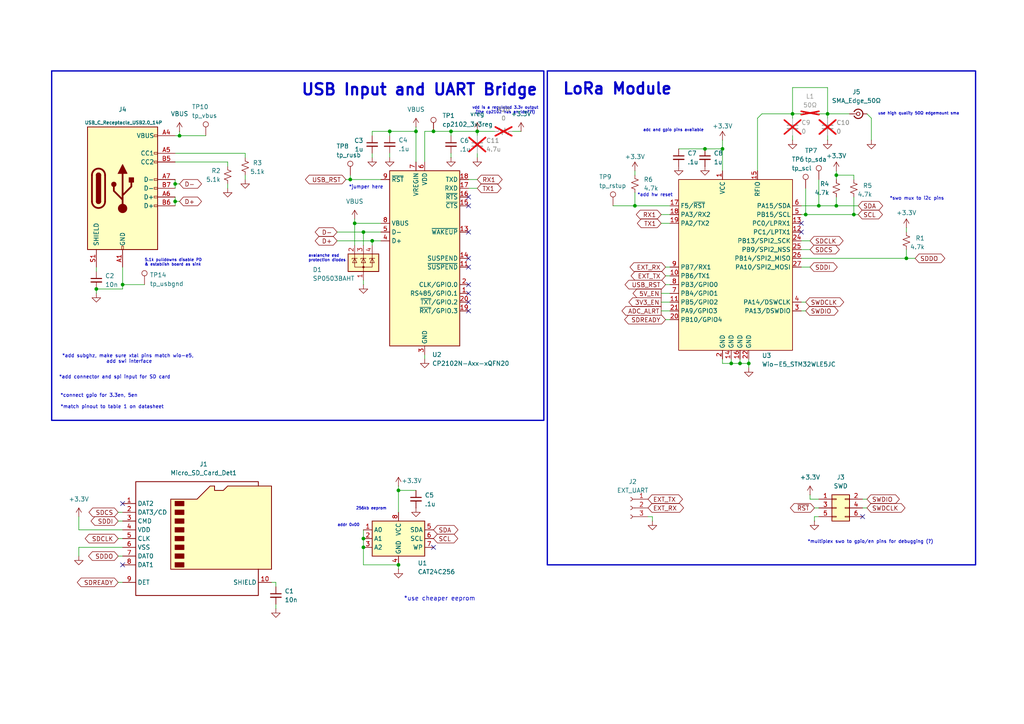
<source format=kicad_sch>
(kicad_sch (version 20250114) (generator "eeschema") (generator_version "9.0")
  (paper "A4")
  (title_block (title "lora module subcircuit") (date "2025-11-11") (rev "rev0") (company "ECE Capstone Team 14 at Portland State University") (comment 1 "drawn by daniel monahan"))
  (lib_symbols
    (symbol "Connector:Conn_01x03_Socket" (pin_names (offset 1.016) (hide yes))
      (property "Reference" "J" (at 0 5.08 0))
      (property "Value" "Conn_01x03_Socket" (at 0 -5.08 0))
      (symbol "Conn_01x03_Socket_1_1"
        (pin passive line (at -5.08 2.54 0) (length 3.81) (name "Pin_1") (number "1"))
        (pin passive line (at -5.08 0 0) (length 3.81) (name "Pin_2") (number "2"))
        (pin passive line (at -5.08 -2.54 0) (length 3.81) (name "Pin_3") (number "3"))
      )
    )
    (symbol "Connector:Conn_Coaxial_Small" (pin_numbers (hide yes)) (pin_names (offset 1.016) (hide yes))
      (property "Reference" "J" (at 0.254 3.048 0))
      (property "Value" "Conn_Coaxial_Small" (at 0 -3.81 0))
      (symbol "Conn_Coaxial_Small_1_1"
        (pin passive line (at -2.54 0 0) (length 1.27) (name "In") (number "1"))
        (pin passive line (at 2.54 0 180) (length 1.27) (name "Ext") (number "2"))
      )
    )
    (symbol "Connector:Micro_SD_Card_Det1"
      (property "Reference" "J" (at -16.51 17.78 0))
      (property "Value" "Micro_SD_Card_Det1" (at 16.51 17.78 0))
      (symbol "Micro_SD_Card_Det1_1_1"
        (pin bidirectional line (at -22.86 10.16 0) (length 3.81) (name "DAT2") (number "1"))
        (pin bidirectional line (at -22.86 7.62 0) (length 3.81) (name "DAT3/CD") (number "2"))
        (pin input line (at -22.86 5.08 0) (length 3.81) (name "CMD") (number "3"))
        (pin power_in line (at -22.86 2.54 0) (length 3.81) (name "VDD") (number "4"))
        (pin input line (at -22.86 0 0) (length 3.81) (name "CLK") (number "5"))
        (pin power_in line (at -22.86 -2.54 0) (length 3.81) (name "VSS") (number "6"))
        (pin bidirectional line (at -22.86 -5.08 0) (length 3.81) (name "DAT0") (number "7"))
        (pin bidirectional line (at -22.86 -7.62 0) (length 3.81) (name "DAT1") (number "8"))
        (pin passive line (at -22.86 -12.7 0) (length 3.81) (name "DET") (number "9"))
        (pin passive line (at 20.32 -12.7 180) (length 3.81) (name "SHIELD") (number "10"))
      )
    )
    (symbol "Connector:TestPoint" (pin_numbers (hide yes)) (pin_names (offset 0.762) (hide yes))
      (property "Reference" "TP" (at 0 6.858 0))
      (property "Value" "TestPoint" (at 0 5.08 0))
      (symbol "TestPoint_1_1"
        (pin passive line (at 0 0 90) (length 2.54) (name "1") (number "1"))
      )
    )
    (symbol "Connector:USB_C_Receptacle_USB2.0_14P" (pin_names (offset 1.016))
      (property "Reference" "J" (at 0 22.225 0))
      (property "Value" "USB_C_Receptacle_USB2.0_14P" (at 0 19.685 0))
      (symbol "USB_C_Receptacle_USB2.0_14P_1_1"
        (pin passive line (at -7.62 -22.86 90) (length 5.08) (name "SHIELD") (number "S1"))
        (pin passive line (at 0 -22.86 90) (length 5.08) (name "GND") (number "A1"))
        (pin passive line (at 0 -22.86 90) (length 5.08) (hide yes) (name "GND") (number "A12"))
        (pin passive line (at 0 -22.86 90) (length 5.08) (hide yes) (name "GND") (number "B1"))
        (pin passive line (at 0 -22.86 90) (length 5.08) (hide yes) (name "GND") (number "B12"))
        (pin passive line (at 15.24 15.24 180) (length 5.08) (name "VBUS") (number "A4"))
        (pin passive line (at 15.24 15.24 180) (length 5.08) (hide yes) (name "VBUS") (number "A9"))
        (pin passive line (at 15.24 15.24 180) (length 5.08) (hide yes) (name "VBUS") (number "B4"))
        (pin passive line (at 15.24 15.24 180) (length 5.08) (hide yes) (name "VBUS") (number "B9"))
        (pin bidirectional line (at 15.24 10.16 180) (length 5.08) (name "CC1") (number "A5"))
        (pin bidirectional line (at 15.24 7.62 180) (length 5.08) (name "CC2") (number "B5"))
        (pin bidirectional line (at 15.24 2.54 180) (length 5.08) (name "D-") (number "A7"))
        (pin bidirectional line (at 15.24 0 180) (length 5.08) (name "D-") (number "B7"))
        (pin bidirectional line (at 15.24 -2.54 180) (length 5.08) (name "D+") (number "A6"))
        (pin bidirectional line (at 15.24 -5.08 180) (length 5.08) (name "D+") (number "B6"))
      )
    )
    (symbol "Connector_Generic:Conn_02x03_Odd_Even" (pin_names (offset 1.016) (hide yes))
      (property "Reference" "J" (at 1.27 5.08 0))
      (property "Value" "Conn_02x03_Odd_Even" (at 1.27 -5.08 0))
      (symbol "Conn_02x03_Odd_Even_1_1"
        (pin passive line (at -5.08 2.54 0) (length 3.81) (name "Pin_1") (number "1"))
        (pin passive line (at -5.08 0 0) (length 3.81) (name "Pin_3") (number "3"))
        (pin passive line (at -5.08 -2.54 0) (length 3.81) (name "Pin_5") (number "5"))
        (pin passive line (at 7.62 2.54 180) (length 3.81) (name "Pin_2") (number "2"))
        (pin passive line (at 7.62 0 180) (length 3.81) (name "Pin_4") (number "4"))
        (pin passive line (at 7.62 -2.54 180) (length 3.81) (name "Pin_6") (number "6"))
      )
    )
    (symbol "Device:C_Small" (pin_numbers (hide yes)) (pin_names (offset 0.254) (hide yes))
      (property "Reference" "C" (at 0.254 1.778 0))
      (property "Value" "C_Small" (at 0.254 -2.032 0))
      (symbol "C_Small_1_1"
        (pin passive line (at 0 2.54 270) (length 2.032) (name "~") (number "1"))
        (pin passive line (at 0 -2.54 90) (length 2.032) (name "~") (number "2"))
      )
    )
    (symbol "Device:L_Small" (pin_numbers (hide yes)) (pin_names (offset 0.254) (hide yes))
      (property "Reference" "L" (at 0.762 1.016 0))
      (property "Value" "L_Small" (at 0.762 -1.016 0))
      (symbol "L_Small_1_1"
        (pin passive line (at 0 2.54 270) (length 0.508) (name "~") (number "1"))
        (pin passive line (at 0 -2.54 90) (length 0.508) (name "~") (number "2"))
      )
    )
    (symbol "Device:R_Small_US" (pin_numbers (hide yes)) (pin_names (offset 0.254) (hide yes))
      (property "Reference" "R" (at 0.762 0.508 0))
      (property "Value" "R_Small_US" (at 0.762 -1.016 0))
      (symbol "R_Small_US_1_1"
        (pin passive line (at 0 2.54 270) (length 1.016) (name "~") (number "1"))
        (pin passive line (at 0 -2.54 90) (length 1.016) (name "~") (number "2"))
      )
    )
    (symbol "Interface_USB:CP2102N-Axx-xQFN20"
      (property "Reference" "U" (at -8.89 26.67 0))
      (property "Value" "CP2102N-Axx-xQFN20" (at 12.7 26.67 0))
      (symbol "CP2102N-Axx-xQFN20_1_1"
        (pin input line (at -12.7 22.86 0) (length 2.54) (name "~{RST}") (number "9"))
        (pin input line (at -12.7 10.16 0) (length 2.54) (name "VBUS") (number "8"))
        (pin bidirectional line (at -12.7 7.62 0) (length 2.54) (name "D-") (number "5"))
        (pin bidirectional line (at -12.7 5.08 0) (length 2.54) (name "D+") (number "4"))
        (pin no_connect line (at -10.16 -22.86 0) (length 2.54) (hide yes) (name "NC") (number "10"))
        (pin power_in line (at -2.54 27.94 270) (length 2.54) (name "VREGIN") (number "7"))
        (pin power_in line (at 0 27.94 270) (length 2.54) (name "VDD") (number "6"))
        (pin passive line (at 0 -27.94 90) (length 2.54) (hide yes) (name "GND") (number "12"))
        (pin passive line (at 0 -27.94 90) (length 2.54) (hide yes) (name "GND") (number "21"))
        (pin power_in line (at 0 -27.94 90) (length 2.54) (name "GND") (number "3"))
        (pin output line (at 12.7 22.86 180) (length 2.54) (name "TXD") (number "18"))
        (pin input line (at 12.7 20.32 180) (length 2.54) (name "RXD") (number "17"))
        (pin output line (at 12.7 17.78 180) (length 2.54) (name "~{RTS}") (number "16"))
        (pin input line (at 12.7 15.24 180) (length 2.54) (name "~{CTS}") (number "15"))
        (pin input line (at 12.7 7.62 180) (length 2.54) (name "~{WAKEUP}") (number "13"))
        (pin output line (at 12.7 0 180) (length 2.54) (name "SUSPEND") (number "14"))
        (pin output line (at 12.7 -2.54 180) (length 2.54) (name "~{SUSPEND}") (number "11"))
        (pin bidirectional line (at 12.7 -7.62 180) (length 2.54) (name "CLK/GPIO.0") (number "2"))
        (pin bidirectional line (at 12.7 -10.16 180) (length 2.54) (name "RS485/GPIO.1") (number "1"))
        (pin bidirectional line (at 12.7 -12.7 180) (length 2.54) (name "~{TXT}/GPIO.2") (number "20"))
        (pin bidirectional line (at 12.7 -15.24 180) (length 2.54) (name "~{RXT}/GPIO.3") (number "19"))
      )
    )
    (symbol "Memory_EEPROM:CAT24C256"
      (property "Reference" "U" (at -6.35 6.35 0))
      (property "Value" "CAT24C256" (at 1.27 6.35 0))
      (symbol "CAT24C256_1_1"
        (pin input line (at -10.16 2.54 0) (length 2.54) (name "A0") (number "1"))
        (pin input line (at -10.16 0 0) (length 2.54) (name "A1") (number "2"))
        (pin input line (at -10.16 -2.54 0) (length 2.54) (name "A2") (number "3"))
        (pin power_in line (at 0 7.62 270) (length 2.54) (name "VCC") (number "8"))
        (pin power_in line (at 0 -7.62 90) (length 2.54) (name "GND") (number "4"))
        (pin bidirectional line (at 10.16 2.54 180) (length 2.54) (name "SDA") (number "5"))
        (pin input line (at 10.16 0 180) (length 2.54) (name "SCL") (number "6"))
        (pin input line (at 10.16 -2.54 180) (length 2.54) (name "WP") (number "7"))
      )
    )
    (symbol "Power_Protection:SP0503BAHT" (pin_names (hide yes))
      (property "Reference" "D" (at 5.715 2.54 0))
      (property "Value" "SP0503BAHT" (at 5.715 0.635 0))
      (symbol "SP0503BAHT_0_0"
        (pin passive line (at 0 -5.08 90) (length 2.54) (name "A") (number "1"))
      )
      (symbol "SP0503BAHT_1_1"
        (pin passive line (at -2.54 5.08 270) (length 2.54) (name "K") (number "2"))
        (pin passive line (at 0 5.08 270) (length 2.54) (name "K") (number "3"))
        (pin passive line (at 2.54 5.08 270) (length 2.54) (name "K") (number "4"))
      )
    )
    (symbol "power:+3.3V" (power) (pin_numbers (hide yes)) (pin_names (offset 0) (hide yes))
      (property "Value" "+3.3V" (at 0 3.556 0))
      (symbol "+3.3V_1_1"
        (pin power_in line (at 0 0 90) (length 0) (name "~") (number "1"))
      )
    )
    (symbol "power:GND" (power) (pin_numbers (hide yes)) (pin_names (offset 0) (hide yes))
      (property "Value" "GND" (at 0 -3.81 0))
      (symbol "GND_1_1"
        (pin power_in line (at 0 0 270) (length 0) (name "~") (number "1"))
      )
    )
    (symbol "power:VBUS" (power) (pin_numbers (hide yes)) (pin_names (offset 0) (hide yes))
      (property "Value" "VBUS" (at 0 3.556 0))
      (symbol "VBUS_1_1"
        (pin power_in line (at 0 0 90) (length 0) (name "~") (number "1"))
      )
    )
    (symbol "wio_e5:Wio_E5"
      (property "Reference" "U?" (at 7.62 -26.924 0))
      (property "Value" "Wio-E5_STM32WLE5JC" (at 7.62 -29.464 0))
      (symbol "Wio_E5_1_1"
        (pin passive line (at -19.05 16.51 0) (length 2.54) (name "F5/~{RST}") (number "17"))
        (pin passive line (at -19.05 13.97 0) (length 2.54) (name "PA3/RX2") (number "18"))
        (pin passive line (at -19.05 11.43 0) (length 2.54) (name "PA2/TX2") (number "19"))
        (pin passive line (at -19.05 -1.27 0) (length 2.54) (name "PB7/RX1") (number "9"))
        (pin passive line (at -19.05 -3.81 0) (length 2.54) (name "PB6/TX1") (number "10"))
        (pin passive line (at -19.05 -6.35 0) (length 2.54) (name "PB3/GPIO0") (number "8"))
        (pin passive line (at -19.05 -8.89 0) (length 2.54) (name "PB4/GPIO1") (number "7"))
        (pin passive line (at -19.05 -11.43 0) (length 2.54) (name "PB5/GPIO2") (number "11"))
        (pin passive line (at -19.05 -13.97 0) (length 2.54) (name "PA9/GPIO3") (number "21"))
        (pin passive line (at -19.05 -16.51 0) (length 2.54) (name "PB10/GPIO4") (number "20"))
        (pin passive line (at -3.81 26.67 270) (length 2.54) (name "VCC") (number "1"))
        (pin passive line (at -3.81 -27.94 90) (length 2.54) (name "GND") (number "2"))
        (pin passive line (at -1.27 -27.94 90) (length 2.54) (name "GND") (number "14"))
        (pin passive line (at 1.27 -27.94 90) (length 2.54) (name "GND") (number "16"))
        (pin passive line (at 3.81 -27.94 90) (length 2.54) (name "GND") (number "22"))
        (pin passive line (at 6.35 26.67 270) (length 2.54) (name "RFIO") (number "15"))
        (pin bidirectional line (at 19.05 16.51 180) (length 2.54) (name "PA15/SDA") (number "6"))
        (pin bidirectional line (at 19.05 13.97 180) (length 2.54) (name "PB15/SCL") (number "5"))
        (pin passive line (at 19.05 11.43 180) (length 2.54) (name "PC0/LPRX1") (number "13"))
        (pin passive line (at 19.05 8.89 180) (length 2.54) (name "PC1/LPTX1") (number "12"))
        (pin passive line (at 19.05 6.35 180) (length 2.54) (name "PB13/SPI2_SCK") (number "24"))
        (pin passive line (at 19.05 3.81 180) (length 2.54) (name "PB9/SPI2_NSS") (number "25"))
        (pin passive line (at 19.05 1.27 180) (length 2.54) (name "PB14/SPI2_MISO") (number "26"))
        (pin passive line (at 19.05 -1.27 180) (length 2.54) (name "PA10/SPI2_MOSI") (number "27"))
        (pin passive line (at 19.05 -11.43 180) (length 2.54) (name "PA14/DSWCLK") (number "4"))
        (pin passive line (at 19.05 -13.97 180) (length 2.54) (name "PA13/DSWDIO") (number "3"))
      )
    )
  )
  (rectangle (start 158.75 20.574) (end 282.956 163.83) (stroke (width 0.381)))
  (rectangle (start 14.986 20.574) (end 157.734 121.92) (stroke (width 0.381)))
  (text "vdd is a regulated 3.3v output\n(the cp2102 has an ldo??!)" (at 146.558 32.004 0) (effects (font (size 0.8128 0.8128))))
  (text "*use cheaper eeprom" (at 127.508 173.736 0) (effects (font (size 1.27 1.27))))
  (text "avalanche esd \nprotection diodes" (at 89.408 74.93 0) (effects (font (size 0.8128 0.8128)) (justify left)))
  (text "5.1k pulldowns disable PD \n& establish board as sink" (at 41.91 76.2 0) (effects (font (size 0.8128 0.8128)) (justify left)))
  (text "*jumper here" (at 106.172 54.356 0) (effects (font (size 1 1))))
  (text "*match pinout to table 1 on datasheet" (at 32.512 118.11 0) (effects (font (size 1 1))))
  (text "*add hw reset" (at 189.992 56.642 0) (effects (font (size 0.95 0.95))))
  (text "use high quality 50Ω edgemount sma" (at 266.446 33.02 0) (effects (font (size 0.8128 0.8128))))
  (text "USB Input and UART Bridge" (at 121.666 26.162 0) (effects (font (size 3.2512 3.2512) (thickness 0.6502) (bold yes))))
  (text "*swo mux to i2c pins" (at 265.938 57.658 0) (effects (font (size 0.95 0.95))))
  (text "256kb eeprom" (at 107.696 147.574 0) (effects (font (size 0.8128 0.8128))))
  (text "*add subghz, make sure xtal pins match wio-e5,\n add swi interface" (at 37.084 104.14 0) (effects (font (size 1 1))))
  (text "addr 0x00" (at 101.092 152.4 0) (effects (font (size 0.8128 0.8128))))
  (text "*add connector and spi input for SD card" (at 33.274 109.474 0) (effects (font (size 1 1))))
  (text "LoRa Module" (at 179.07 25.908 0) (effects (font (size 3.2512 3.2512) (thickness 0.6502) (bold yes))))
  (text "*connect gpio for 3.3en, 5en" (at 28.702 114.808 0) (effects (font (size 1 1))))
  (text "adc and gpio pins available" (at 195.326 37.846 0) (effects (font (size 0.8128 0.8128))))
  (text "*multiplex swo to gpio/en pins for debugging (?)" (at 252.476 157.226 0) (effects (font (size 0.95 0.95))))
  (junction (at 217.17 105.41))
  (junction (at 102.87 64.77))
  (junction (at 237.49 59.69))
  (junction (at 229.87 33.02))
  (junction (at 240.03 33.02))
  (junction (at 120.65 38.1))
  (junction (at 52.07 39.37))
  (junction (at 130.81 38.1))
  (junction (at 247.65 62.23))
  (junction (at 105.41 67.31))
  (junction (at 50.8 53.34))
  (junction (at 101.6 52.07))
  (junction (at 125.73 38.1))
  (junction (at 242.57 50.8))
  (junction (at 115.57 142.24))
  (junction (at 233.68 62.23))
  (junction (at 27.94 83.82))
  (junction (at 105.41 158.75))
  (junction (at 107.95 69.85))
  (junction (at 115.57 163.83))
  (junction (at 204.47 43.18))
  (junction (at 242.57 59.69))
  (junction (at 105.41 156.21))
  (junction (at 262.89 74.93))
  (junction (at 35.56 82.55))
  (junction (at 184.15 59.69))
  (junction (at 50.8 58.42))
  (junction (at 214.63 105.41))
  (junction (at 209.55 43.18))
  (junction (at 113.03 38.1))
  (junction (at 138.43 38.1))
  (junction (at 212.09 105.41))
  (no_connect (at 135.89 90.17))
  (no_connect (at 135.89 85.09))
  (no_connect (at 135.89 57.15))
  (no_connect (at 35.56 163.83))
  (no_connect (at 250.19 149.86))
  (no_connect (at 135.89 59.69))
  (no_connect (at 232.41 67.31))
  (no_connect (at 135.89 87.63))
  (no_connect (at 135.89 74.93))
  (no_connect (at 135.89 82.55))
  (no_connect (at 135.89 67.31))
  (no_connect (at 232.41 64.77))
  (no_connect (at 125.73 158.75))
  (no_connect (at 135.89 77.47))
  (no_connect (at 35.56 146.05))
  (wire (pts (xy 100.33 52.07) (xy 101.6 52.07)))
  (wire (pts (xy 233.68 54.61) (xy 233.68 62.23)))
  (wire (pts (xy 105.41 153.67) (xy 105.41 156.21)))
  (wire (pts (xy 191.77 87.63) (xy 194.31 87.63)))
  (wire (pts (xy 113.03 38.1) (xy 120.65 38.1)))
  (wire (pts (xy 52.07 38.1) (xy 52.07 39.37)))
  (wire (pts (xy 50.8 53.34) (xy 52.07 53.34)))
  (wire (pts (xy 130.81 38.1) (xy 138.43 38.1)))
  (wire (pts (xy 191.77 85.09) (xy 194.31 85.09)))
  (wire (pts (xy 189.23 149.86) (xy 189.23 151.13)))
  (wire (pts (xy 130.81 44.45) (xy 130.81 45.72)))
  (wire (pts (xy 232.41 72.39) (xy 234.95 72.39)))
  (wire (pts (xy 196.85 43.18) (xy 204.47 43.18)))
  (wire (pts (xy 237.49 33.02) (xy 240.03 33.02)))
  (wire (pts (xy 237.49 59.69) (xy 242.57 59.69)))
  (wire (pts (xy 262.89 72.39) (xy 262.89 74.93)))
  (wire (pts (xy 35.56 153.67) (xy 22.86 153.67)))
  (wire (pts (xy 148.59 38.1) (xy 151.13 38.1)))
  (wire (pts (xy 105.41 67.31) (xy 110.49 67.31)))
  (wire (pts (xy 240.03 39.37) (xy 240.03 40.64)))
  (wire (pts (xy 35.56 83.82) (xy 35.56 82.55)))
  (wire (pts (xy 50.8 58.42) (xy 50.8 59.69)))
  (wire (pts (xy 50.8 39.37) (xy 52.07 39.37)))
  (wire (pts (xy 217.17 104.14) (xy 217.17 105.41)))
  (wire (pts (xy 232.41 90.17) (xy 233.68 90.17)))
  (wire (pts (xy 34.29 161.29) (xy 35.56 161.29)))
  (wire (pts (xy 233.68 62.23) (xy 247.65 62.23)))
  (wire (pts (xy 97.79 67.31) (xy 105.41 67.31)))
  (wire (pts (xy 250.19 144.78) (xy 251.46 144.78)))
  (wire (pts (xy 138.43 44.45) (xy 138.43 45.72)))
  (wire (pts (xy 115.57 142.24) (xy 120.65 142.24)))
  (wire (pts (xy 262.89 66.04) (xy 262.89 67.31)))
  (wire (pts (xy 78.74 168.91) (xy 80.01 168.91)))
  (wire (pts (xy 242.57 50.8) (xy 242.57 49.53)))
  (wire (pts (xy 105.41 158.75) (xy 105.41 163.83)))
  (wire (pts (xy 107.95 38.1) (xy 113.03 38.1)))
  (wire (pts (xy 242.57 50.8) (xy 247.65 50.8)))
  (wire (pts (xy 105.41 67.31) (xy 105.41 71.12)))
  (wire (pts (xy 250.19 147.32) (xy 251.46 147.32)))
  (wire (pts (xy 191.77 90.17) (xy 194.31 90.17)))
  (wire (pts (xy 212.09 104.14) (xy 212.09 105.41)))
  (wire (pts (xy 240.03 33.02) (xy 240.03 34.29)))
  (wire (pts (xy 237.49 144.78) (xy 234.95 144.78)))
  (wire (pts (xy 138.43 38.1) (xy 138.43 39.37)))
  (wire (pts (xy 66.04 46.99) (xy 66.04 48.26)))
  (wire (pts (xy 80.01 175.26) (xy 80.01 176.53)))
  (wire (pts (xy 101.6 50.8) (xy 101.6 52.07)))
  (wire (pts (xy 177.8 59.69) (xy 184.15 59.69)))
  (wire (pts (xy 204.47 43.18) (xy 209.55 43.18)))
  (wire (pts (xy 214.63 105.41) (xy 217.17 105.41)))
  (wire (pts (xy 193.04 82.55) (xy 194.31 82.55)))
  (wire (pts (xy 232.41 77.47) (xy 234.95 77.47)))
  (wire (pts (xy 101.6 52.07) (xy 110.49 52.07)))
  (wire (pts (xy 34.29 156.21) (xy 35.56 156.21)))
  (wire (pts (xy 50.8 57.15) (xy 50.8 58.42)))
  (wire (pts (xy 229.87 25.4) (xy 240.03 25.4)))
  (wire (pts (xy 138.43 38.1) (xy 143.51 38.1)))
  (wire (pts (xy 262.89 74.93) (xy 265.43 74.93)))
  (wire (pts (xy 247.65 62.23) (xy 248.92 62.23)))
  (wire (pts (xy 219.71 34.29) (xy 220.98 33.02)))
  (wire (pts (xy 193.04 80.01) (xy 194.31 80.01)))
  (wire (pts (xy 50.8 46.99) (xy 66.04 46.99)))
  (wire (pts (xy 107.95 69.85) (xy 107.95 71.12)))
  (wire (pts (xy 240.03 33.02) (xy 246.38 33.02)))
  (wire (pts (xy 50.8 44.45) (xy 71.12 44.45)))
  (wire (pts (xy 123.19 102.87) (xy 123.19 104.14)))
  (wire (pts (xy 97.79 69.85) (xy 107.95 69.85)))
  (wire (pts (xy 229.87 39.37) (xy 229.87 40.64)))
  (wire (pts (xy 27.94 83.82) (xy 35.56 83.82)))
  (wire (pts (xy 66.04 53.34) (xy 66.04 54.61)))
  (wire (pts (xy 184.15 59.69) (xy 194.31 59.69)))
  (wire (pts (xy 27.94 83.82) (xy 27.94 85.09)))
  (wire (pts (xy 102.87 64.77) (xy 102.87 71.12)))
  (wire (pts (xy 107.95 38.1) (xy 107.95 39.37)))
  (wire (pts (xy 209.55 43.18) (xy 209.55 49.53)))
  (wire (pts (xy 217.17 105.41) (xy 217.17 106.68)))
  (wire (pts (xy 236.22 147.32) (xy 237.49 147.32)))
  (wire (pts (xy 102.87 64.77) (xy 110.49 64.77)))
  (wire (pts (xy 209.55 105.41) (xy 212.09 105.41)))
  (wire (pts (xy 113.03 38.1) (xy 113.03 39.37)))
  (wire (pts (xy 71.12 50.8) (xy 71.12 52.07)))
  (wire (pts (xy 234.95 143.51) (xy 234.95 144.78)))
  (wire (pts (xy 50.8 53.34) (xy 50.8 54.61)))
  (wire (pts (xy 209.55 104.14) (xy 209.55 105.41)))
  (wire (pts (xy 113.03 44.45) (xy 113.03 45.72)))
  (wire (pts (xy 135.89 54.61) (xy 138.43 54.61)))
  (wire (pts (xy 187.96 149.86) (xy 189.23 149.86)))
  (wire (pts (xy 184.15 59.69) (xy 184.15 55.88)))
  (wire (pts (xy 50.8 58.42) (xy 52.07 58.42)))
  (wire (pts (xy 229.87 33.02) (xy 229.87 25.4)))
  (wire (pts (xy 123.19 38.1) (xy 125.73 38.1)))
  (wire (pts (xy 184.15 49.53) (xy 184.15 50.8)))
  (wire (pts (xy 247.65 50.8) (xy 247.65 52.07)))
  (wire (pts (xy 115.57 163.83) (xy 115.57 165.1)))
  (wire (pts (xy 34.29 148.59) (xy 35.56 148.59)))
  (wire (pts (xy 232.41 62.23) (xy 233.68 62.23)))
  (wire (pts (xy 34.29 168.91) (xy 35.56 168.91)))
  (wire (pts (xy 35.56 158.75) (xy 22.86 158.75)))
  (wire (pts (xy 107.95 44.45) (xy 107.95 45.72)))
  (wire (pts (xy 219.71 34.29) (xy 219.71 49.53)))
  (wire (pts (xy 123.19 38.1) (xy 123.19 46.99)))
  (wire (pts (xy 229.87 33.02) (xy 232.41 33.02)))
  (wire (pts (xy 242.57 50.8) (xy 242.57 52.07)))
  (wire (pts (xy 35.56 77.47) (xy 35.56 82.55)))
  (wire (pts (xy 115.57 140.97) (xy 115.57 142.24)))
  (wire (pts (xy 212.09 105.41) (xy 214.63 105.41)))
  (wire (pts (xy 130.81 38.1) (xy 130.81 39.37)))
  (wire (pts (xy 242.57 59.69) (xy 248.92 59.69)))
  (wire (pts (xy 52.07 39.37) (xy 59.69 39.37)))
  (wire (pts (xy 242.57 57.15) (xy 242.57 59.69)))
  (wire (pts (xy 125.73 38.1) (xy 130.81 38.1)))
  (wire (pts (xy 193.04 77.47) (xy 194.31 77.47)))
  (wire (pts (xy 115.57 142.24) (xy 115.57 148.59)))
  (wire (pts (xy 22.86 149.86) (xy 22.86 153.67)))
  (wire (pts (xy 232.41 74.93) (xy 262.89 74.93)))
  (wire (pts (xy 251.46 33.02) (xy 252.73 34.29)))
  (wire (pts (xy 220.98 33.02) (xy 229.87 33.02)))
  (wire (pts (xy 27.94 77.47) (xy 27.94 78.74)))
  (wire (pts (xy 193.04 92.71) (xy 194.31 92.71)))
  (wire (pts (xy 107.95 69.85) (xy 110.49 69.85)))
  (wire (pts (xy 50.8 52.07) (xy 50.8 53.34)))
  (wire (pts (xy 105.41 156.21) (xy 105.41 158.75)))
  (wire (pts (xy 237.49 52.07) (xy 237.49 59.69)))
  (wire (pts (xy 105.41 163.83) (xy 115.57 163.83)))
  (wire (pts (xy 22.86 158.75) (xy 22.86 161.29)))
  (wire (pts (xy 240.03 25.4) (xy 240.03 33.02)))
  (wire (pts (xy 229.87 33.02) (xy 229.87 34.29)))
  (wire (pts (xy 237.49 149.86) (xy 236.22 149.86)))
  (wire (pts (xy 214.63 104.14) (xy 214.63 105.41)))
  (wire (pts (xy 232.41 69.85) (xy 234.95 69.85)))
  (wire (pts (xy 232.41 87.63) (xy 233.68 87.63)))
  (wire (pts (xy 236.22 149.86) (xy 236.22 151.13)))
  (wire (pts (xy 34.29 151.13) (xy 35.56 151.13)))
  (wire (pts (xy 120.65 36.83) (xy 120.65 38.1)))
  (wire (pts (xy 232.41 59.69) (xy 237.49 59.69)))
  (wire (pts (xy 247.65 57.15) (xy 247.65 62.23)))
  (wire (pts (xy 191.77 62.23) (xy 194.31 62.23)))
  (wire (pts (xy 135.89 52.07) (xy 138.43 52.07)))
  (wire (pts (xy 71.12 44.45) (xy 71.12 45.72)))
  (wire (pts (xy 191.77 64.77) (xy 194.31 64.77)))
  (wire (pts (xy 80.01 168.91) (xy 80.01 170.18)))
  (wire (pts (xy 209.55 40.64) (xy 209.55 43.18)))
  (wire (pts (xy 102.87 63.5) (xy 102.87 64.77)))
  (wire (pts (xy 120.65 38.1) (xy 120.65 46.99)))
  (wire (pts (xy 252.73 34.29) (xy 252.73 40.64)))
  (wire (pts (xy 35.56 82.55) (xy 41.91 82.55)))
  (wire (pts (xy 105.41 81.28) (xy 105.41 82.55)))
  (global_label "USB_RST" (shape bidirectional) (at 100.33 52.07 180) (property "Intersheetrefs" "${INTERSHEET_REFS}" (effects (hide yes))))
  (global_label "5V_EN" (shape output) (at 191.77 85.09 180) (property "Intersheetrefs" "${INTERSHEET_REFS}" (effects (hide yes))))
  (global_label "RX1" (shape bidirectional) (at 138.43 52.07 0) (property "Intersheetrefs" "${INTERSHEET_REFS}" (effects (hide yes))))
  (global_label "TX1" (shape tri_state) (at 138.43 54.61 0) (property "Intersheetrefs" "${INTERSHEET_REFS}" (effects (hide yes))))
  (global_label "SWDCLK" (shape bidirectional) (at 233.68 87.63 0) (property "Intersheetrefs" "${INTERSHEET_REFS}" (effects (hide yes))))
  (global_label "SCL" (shape bidirectional) (at 248.92 62.23 0) (property "Intersheetrefs" "${INTERSHEET_REFS}" (effects (hide yes))))
  (global_label "SDCLK" (shape bidirectional) (at 234.95 69.85 0) (property "Intersheetrefs" "${INTERSHEET_REFS}" (effects (hide yes))))
  (global_label "SDCS" (shape bidirectional) (at 34.29 148.59 180) (property "Intersheetrefs" "${INTERSHEET_REFS}" (effects (hide yes))))
  (global_label "RX1" (shape bidirectional) (at 191.77 62.23 180) (property "Intersheetrefs" "${INTERSHEET_REFS}" (effects (hide yes))))
  (global_label "USB_RST" (shape bidirectional) (at 193.04 82.55 180) (property "Intersheetrefs" "${INTERSHEET_REFS}" (effects (hide yes))))
  (global_label "~{RST}" (shape bidirectional) (at 236.22 147.32 180) (property "Intersheetrefs" "${INTERSHEET_REFS}" (effects (hide yes))))
  (global_label "D+" (shape bidirectional) (at 97.79 69.85 180) (property "Intersheetrefs" "${INTERSHEET_REFS}" (effects (hide yes))))
  (global_label "SDREADY" (shape bidirectional) (at 34.29 168.91 180) (property "Intersheetrefs" "${INTERSHEET_REFS}" (effects (hide yes))))
  (global_label "3V3_EN" (shape output) (at 191.77 87.63 180) (property "Intersheetrefs" "${INTERSHEET_REFS}" (effects (hide yes))))
  (global_label "SDDO" (shape bidirectional) (at 34.29 161.29 180) (property "Intersheetrefs" "${INTERSHEET_REFS}" (effects (hide yes))))
  (global_label "SDA" (shape bidirectional) (at 125.73 153.67 0) (property "Intersheetrefs" "${INTERSHEET_REFS}" (effects (hide yes))))
  (global_label "EXT_TX" (shape tri_state) (at 187.96 144.78 0) (property "Intersheetrefs" "${INTERSHEET_REFS}" (effects (hide yes))))
  (global_label "SWDIO" (shape bidirectional) (at 233.68 90.17 0) (property "Intersheetrefs" "${INTERSHEET_REFS}" (effects (hide yes))))
  (global_label "SDA" (shape bidirectional) (at 248.92 59.69 0) (property "Intersheetrefs" "${INTERSHEET_REFS}" (effects (hide yes))))
  (global_label "SDDO" (shape bidirectional) (at 265.43 74.93 0) (property "Intersheetrefs" "${INTERSHEET_REFS}" (effects (hide yes))))
  (global_label "TX1" (shape tri_state) (at 191.77 64.77 180) (property "Intersheetrefs" "${INTERSHEET_REFS}" (effects (hide yes))))
  (global_label "SDDI" (shape bidirectional) (at 234.95 77.47 0) (property "Intersheetrefs" "${INTERSHEET_REFS}" (effects (hide yes))))
  (global_label "D-" (shape bidirectional) (at 97.79 67.31 180) (property "Intersheetrefs" "${INTERSHEET_REFS}" (effects (hide yes))))
  (global_label "SWDIO" (shape bidirectional) (at 251.46 144.78 0) (property "Intersheetrefs" "${INTERSHEET_REFS}" (effects (hide yes))))
  (global_label "SCL" (shape bidirectional) (at 125.73 156.21 0) (property "Intersheetrefs" "${INTERSHEET_REFS}" (effects (hide yes))))
  (global_label "SWDCLK" (shape bidirectional) (at 251.46 147.32 0) (property "Intersheetrefs" "${INTERSHEET_REFS}" (effects (hide yes))))
  (global_label "EXT_RX" (shape bidirectional) (at 187.96 147.32 0) (property "Intersheetrefs" "${INTERSHEET_REFS}" (effects (hide yes))))
  (global_label "SDREADY" (shape bidirectional) (at 193.04 92.71 180) (property "Intersheetrefs" "${INTERSHEET_REFS}" (effects (hide yes))))
  (global_label "D+" (shape bidirectional) (at 52.07 58.42 0) (property "Intersheetrefs" "${INTERSHEET_REFS}" (effects (hide yes))))
  (global_label "D-" (shape bidirectional) (at 52.07 53.34 0) (property "Intersheetrefs" "${INTERSHEET_REFS}" (effects (hide yes))))
  (global_label "SDCLK" (shape bidirectional) (at 34.29 156.21 180) (property "Intersheetrefs" "${INTERSHEET_REFS}" (effects (hide yes))))
  (global_label "SDDI" (shape bidirectional) (at 34.29 151.13 180) (property "Intersheetrefs" "${INTERSHEET_REFS}" (effects (hide yes))))
  (global_label "SDCS" (shape bidirectional) (at 234.95 72.39 0) (property "Intersheetrefs" "${INTERSHEET_REFS}" (effects (hide yes))))
  (global_label "ADC_ALRT" (shape output) (at 191.77 90.17 180) (property "Intersheetrefs" "${INTERSHEET_REFS}" (effects (hide yes))))
  (global_label "EXT_TX" (shape tri_state) (at 193.04 80.01 180) (property "Intersheetrefs" "${INTERSHEET_REFS}" (effects (hide yes))))
  (global_label "EXT_RX" (shape bidirectional) (at 193.04 77.47 180) (property "Intersheetrefs" "${INTERSHEET_REFS}" (effects (hide yes))))
  (symbol (lib_id "Connector:USB_C_Receptacle_USB2.0_14P") (at 35.56 54.61 0) (unit 1)
    (property "Reference" "J4" (at 35.56 31.75 0))
    (property "Value" "USB_C_Receptacle_USB2.0_14P" (at 35.814 35.56 0) (effects (font (size 0.95 0.95))))
    (property "Footprint" "Connector_USB:USB_C_Receptacle_GCT_USB4105-xx-A_16P_TopMnt_Horizontal" (effects (hide yes)))
    (property "Datasheet" "https://www.usb.org/sites/default/files/documents/usb_type-c.zip" (effects (hide yes)))
    (property "Description" "USB 2.0-only 14P Type-C Receptacle connector" (effects (hide yes)))
    (property "Desc" "USB-C (USB TYPE-C) USB 2.0 Receptacle Connector 24 (16+8 Dummy) Position Surface Mount, Right Angle; Through Hole" (effects (hide yes)))
    (property "Dist" "Digikey" (effects (hide yes)))
    (property "Dist PN" "2073-USB4105-GF-A-120CT-ND" (effects (hide yes)))
    (property "Mfr" "GCT" (effects (hide yes)))
    (property "Mfr PN" "USB4105-GF-A-120" (effects (hide yes)))
  )
  (symbol (lib_id "Device:C_Small") (at 107.95 41.91 0) (mirror y) (unit 1)
    (property "Reference" "C3" (at 105.41 40.7669 0) (effects (justify left)))
    (property "Value" "1u" (at 105.41 43.3069 0) (effects (justify left)))
    (property "Footprint" "Capacitor_SMD:C_0603_1608Metric" (effects (hide yes)))
    (property "Description" "Unpolarized capacitor, small symbol" (effects (hide yes)))
    (property "Desc" "CAP CER 1UF 16V X7R 0603" (effects (hide yes)))
    (property "Dist" "Digikey" (effects (hide yes)))
    (property "Dist PN" "490-5241-1-ND" (effects (hide yes)))
    (property "Mfr" "Murata Electronics" (effects (hide yes)))
    (property "Mfr PN" "GCM188R71C105KA64D" (effects (hide yes)))
  )
  (symbol (lib_id "Device:C_Small") (at 240.03 36.83 0) (unit 1) (in_bom no) (on_board no) (dnp yes)
    (property "Reference" "C10" (at 242.57 35.5662 0) (effects (justify left)))
    (property "Value" "0" (at 242.57 38.1062 0) (effects (justify left)))
    (property "Footprint" "Capacitor_SMD:C_0603_1608Metric" (effects (hide yes)))
    (property "Description" "Unpolarized capacitor, small symbol" (effects (hide yes)))
  )
  (symbol (lib_id "power:+3.3V") (at 151.13 38.1 0) (unit 1)
    (property "Reference" "#PWR072" (effects (hide yes)))
    (property "Value" "+3.3V" (at 151.13 33.02 0))
    (property "Description" "Power symbol creates a global label with name \"+3.3V\"" (effects (hide yes)))
  )
  (symbol (lib_id "Connector:TestPoint") (at 59.69 39.37 0) (unit 1)
    (property "Reference" "TP10" (at 55.626 30.988 0) (effects (justify left)))
    (property "Value" "tp_vbus" (at 55.626 33.528 0) (effects (justify left)))
    (property "Footprint" "TestPoint:TestPoint_THTPad_1.5x1.5mm_Drill0.7mm" (effects (hide yes)))
    (property "Description" "test point" (effects (hide yes)))
  )
  (symbol (lib_id "power:GND") (at 71.12 52.07 0) (unit 1)
    (property "Reference" "#PWR011" (effects (hide yes)))
    (property "Value" "GND" (effects (hide yes)))
    (property "Description" "Power symbol creates a global label with name \"GND\" , ground" (effects (hide yes)))
  )
  (symbol (lib_id "power:GND") (at 130.81 45.72 0) (unit 1)
    (property "Reference" "#PWR021" (effects (hide yes)))
    (property "Value" "GND" (effects (hide yes)))
    (property "Description" "Power symbol creates a global label with name \"GND\" , ground" (effects (hide yes)))
  )
  (symbol (lib_id "Connector:TestPoint") (at 101.6 50.8 0) (unit 1)
    (property "Reference" "TP8" (at 97.536 42.418 0) (effects (justify left)))
    (property "Value" "tp_rusb" (at 97.536 44.958 0) (effects (justify left)))
    (property "Footprint" "TestPoint:TestPoint_THTPad_1.5x1.5mm_Drill0.7mm" (effects (hide yes)))
    (property "Description" "test point" (effects (hide yes)))
  )
  (symbol (lib_id "Device:R_Small_US") (at 146.05 38.1 90) (unit 1) (dnp yes)
    (property "Reference" "R20" (at 146.05 31.75 90))
    (property "Value" "0" (at 146.05 34.29 90))
    (property "Footprint" "Resistor_SMD:R_0603_1608Metric" (effects (hide yes)))
    (property "Description" "Resistor, small US symbol" (effects (hide yes)))
  )
  (symbol (lib_id "Connector:TestPoint") (at 237.49 52.07 0) (unit 1)
    (property "Reference" "TP7" (at 233.426 43.688 0) (effects (justify left)))
    (property "Value" "tp_sda" (at 233.426 46.228 0) (effects (justify left)))
    (property "Footprint" "TestPoint:TestPoint_THTPad_1.5x1.5mm_Drill0.7mm" (effects (hide yes)))
    (property "Description" "test point" (effects (hide yes)))
  )
  (symbol (lib_id "Device:C_Small") (at 196.85 45.72 0) (mirror y) (unit 1)
    (property "Reference" "C7" (at 199.39 44.4562 0) (effects (justify right)))
    (property "Value" ".1u" (at 199.39 46.9962 0) (effects (justify right)))
    (property "Footprint" "Capacitor_SMD:C_0603_1608Metric" (effects (hide yes)))
    (property "Description" "Unpolarized capacitor, small symbol" (effects (hide yes)))
    (property "Desc" "CAP CER 0.1UF 16V X7R 0603" (effects (hide yes)))
    (property "Dist" "Digikey" (effects (hide yes)))
    (property "Dist PN" "311-1088-1-ND" (effects (hide yes)))
    (property "Mfr" "YAGEO" (effects (hide yes)))
    (property "Mfr PN" "CC0603KRX7R7BB104" (effects (hide yes)))
  )
  (symbol (lib_id "Connector:TestPoint") (at 125.73 38.1 0) (unit 1) (in_bom no)
    (property "Reference" "TP1" (at 128.27 33.5279 0) (effects (justify left)))
    (property "Value" "cp2102_3v3reg" (at 128.27 36.0679 0) (effects (justify left)))
    (property "Footprint" "TestPoint:TestPoint_Pad_1.5x1.5mm" (effects (hide yes)))
    (property "Description" "test point" (effects (hide yes)))
  )
  (symbol (lib_id "power:GND") (at 22.86 161.29 0) (unit 1)
    (property "Reference" "#PWR02" (effects (hide yes)))
    (property "Value" "GND" (effects (hide yes)))
    (property "Description" "Power symbol creates a global label with name \"GND\" , ground" (effects (hide yes)))
  )
  (symbol (lib_id "Device:C_Small") (at 27.94 81.28 0) (unit 1)
    (property "Reference" "C2" (at 30.48 80.0162 0) (effects (justify left)))
    (property "Value" "10n" (at 30.48 82.5562 0) (effects (justify left)))
    (property "Footprint" "Capacitor_SMD:C_0603_1608Metric" (effects (hide yes)))
    (property "Description" "Unpolarized capacitor, small symbol" (effects (hide yes)))
    (property "Desc" "CAP CER 10000PF 100V X7R 0603" (effects (hide yes)))
    (property "Dist" "Digikey" (effects (hide yes)))
    (property "Dist PN" "490-4781-1-ND" (effects (hide yes)))
    (property "Mfr" "Murata Electronics" (effects (hide yes)))
    (property "Mfr PN" "GCM188R72A103KA37D" (effects (hide yes)))
  )
  (symbol (lib_id "power:GND") (at 217.17 106.68 0) (unit 1)
    (property "Reference" "#PWR025" (effects (hide yes)))
    (property "Value" "GND" (effects (hide yes)))
    (property "Description" "Power symbol creates a global label with name \"GND\" , ground" (effects (hide yes)))
  )
  (symbol (lib_id "Device:C_Small") (at 80.01 172.72 0) (unit 1)
    (property "Reference" "C1" (at 82.55 171.4562 0) (effects (justify left)))
    (property "Value" "10n" (at 82.55 173.9962 0) (effects (justify left)))
    (property "Footprint" "Capacitor_SMD:C_0603_1608Metric" (effects (hide yes)))
    (property "Description" "Unpolarized capacitor, small symbol" (effects (hide yes)))
    (property "Desc" "CAP CER 10000PF 100V X7R 0603" (effects (hide yes)))
    (property "Dist" "Digikey" (effects (hide yes)))
    (property "Dist PN" "490-4781-1-ND" (effects (hide yes)))
    (property "Mfr" "Murata Electronics" (effects (hide yes)))
    (property "Mfr PN" "GCM188R72A103KA37D" (effects (hide yes)))
  )
  (symbol (lib_id "Device:C_Small") (at 204.47 45.72 0) (mirror y) (unit 1)
    (property "Reference" "C8" (at 207.01 44.4562 0) (effects (justify right)))
    (property "Value" "1u" (at 207.01 46.9962 0) (effects (justify right)))
    (property "Footprint" "Capacitor_SMD:C_0603_1608Metric" (effects (hide yes)))
    (property "Description" "Unpolarized capacitor, small symbol" (effects (hide yes)))
    (property "Desc" "CAP CER 1UF 16V X7R 0603" (effects (hide yes)))
    (property "Dist" "Digikey" (effects (hide yes)))
    (property "Dist PN" "490-5241-1-ND" (effects (hide yes)))
    (property "Mfr" "Murata Electronics" (effects (hide yes)))
    (property "Mfr PN" "GCM188R71C105KA64D" (effects (hide yes)))
  )
  (symbol (lib_id "Connector:TestPoint") (at 41.91 82.55 0) (unit 1)
    (property "Reference" "TP14" (at 43.434 79.756 0) (effects (justify left)))
    (property "Value" "tp_usbgnd" (at 43.434 82.296 0) (effects (justify left)))
    (property "Footprint" "TestPoint:TestPoint_THTPad_1.5x1.5mm_Drill0.7mm" (effects (hide yes)))
    (property "Description" "test point" (effects (hide yes)))
  )
  (symbol (lib_id "power:GND") (at 189.23 151.13 0) (unit 1)
    (property "Reference" "#PWR07" (effects (hide yes)))
    (property "Value" "GND" (effects (hide yes)))
    (property "Description" "Power symbol creates a global label with name \"GND\" , ground" (effects (hide yes)))
  )
  (symbol (lib_id "Connector:Micro_SD_Card_Det1") (at 58.42 156.21 0) (unit 1)
    (property "Reference" "J1" (at 59.055 134.62 0))
    (property "Value" "Micro_SD_Card_Det1" (at 59.055 137.16 0))
    (property "Footprint" "Connector_Card:microSD_HC_Molex_104031-0811" (effects (hide yes)))
    (property "Datasheet" "https://datasheet.lcsc.com/lcsc/2110151630_XKB-Connectivity-XKTF-015-N_C381082.pdf" (effects (hide yes)))
    (property "Description" "Micro SD Card Socket with one card detection pin" (effects (hide yes)))
    (property "Desc" "CONN MICRO SD CARD R/A SMD" (effects (hide yes)))
    (property "Dist" "Digikey" (effects (hide yes)))
    (property "Dist PN" "WM6357CT-ND" (effects (hide yes)))
    (property "Mfr" "Molex" (effects (hide yes)))
    (property "Mfr PN" "1040310811" (effects (hide yes)))
  )
  (symbol (lib_id "Connector:TestPoint") (at 233.68 54.61 0) (unit 1)
    (property "Reference" "TP6" (at 229.616 46.228 0) (effects (justify left)))
    (property "Value" "tp_scl" (at 229.616 48.768 0) (effects (justify left)))
    (property "Footprint" "TestPoint:TestPoint_THTPad_1.5x1.5mm_Drill0.7mm" (effects (hide yes)))
    (property "Description" "test point" (effects (hide yes)))
  )
  (symbol (lib_id "wio_e5:Wio_E5") (at 213.36 76.2 0) (unit 1)
    (property "Reference" "U3" (at 220.98 103.124 0) (effects (justify left)))
    (property "Value" "Wio-E5_STM32WLE5JC" (at 220.98 105.664 0) (effects (justify left)))
    (property "Footprint" "LoRa-E5:LoRa-E5" (effects (hide yes)))
    (property "Datasheet" "kicad-embed://wio-e5.pdf" (effects (hide yes)))
    (property "Description" "General ISM < 1GHz LoRaWAN Transceiver Module 868MHz, 915MHz" (effects (hide yes)))
    (property "Desc" "RF TXRX MOD ISM<1GHZ SMD LORA" (effects (hide yes)))
    (property "Dist" "Digikey" (effects (hide yes)))
    (property "Dist PN" "1597-317990829CT-ND" (effects (hide yes)))
    (property "Mfr" "Seeed Technology Co., Ltd" (effects (hide yes)))
    (property "Mfr PN" "317990829" (effects (hide yes)))
  )
  (symbol (lib_id "Device:R_Small_US") (at 184.15 53.34 0) (unit 1)
    (property "Reference" "R6" (at 186.69 52.0699 0) (effects (justify left)))
    (property "Value" "4.7k" (at 186.69 54.6099 0) (effects (justify left)))
    (property "Footprint" "Resistor_SMD:R_0603_1608Metric" (effects (hide yes)))
    (property "Description" "Resistor, small US symbol" (effects (hide yes)))
    (property "Desc" "4.7 kOhms ±5% 0.1W, 1/10W Chip Resistor 0603 (1608 Metric) Moisture Resistant Thick Film" (effects (hide yes)))
    (property "Dist" "Digikey" (effects (hide yes)))
    (property "Dist PN" "311-4.7KGRCT-ND" (effects (hide yes)))
    (property "Mfr" "YAGEO" (effects (hide yes)))
    (property "Mfr PN" "RC0603JR-074K7L" (effects (hide yes)))
  )
  (symbol (lib_id "Connector:Conn_01x03_Socket") (at 182.88 147.32 0) (mirror y) (unit 1)
    (property "Reference" "J2" (at 183.515 139.7 0))
    (property "Value" "EXT_UART" (at 183.515 142.24 0))
    (property "Footprint" "Connector_JST:JST_EH_B3B-EH-A_1x03_P2.50mm_Vertical" (effects (hide yes)))
    (property "Description" "Generic connector, single row, 01x03, script generated" (effects (hide yes)))
    (property "Desc" "Connector Header Through Hole 3 position 0.098\" (2.50mm)" (effects (hide yes)))
    (property "Dist" "Digikey" (effects (hide yes)))
    (property "Dist PN" "455-B3B-EH-A-ND" (effects (hide yes)))
    (property "Mfr" "JST Sales America Inc." (effects (hide yes)))
    (property "Mfr PN" "B3B-EH-A" (effects (hide yes)))
  )
  (symbol (lib_id "power:+3.3V") (at 242.57 49.53 0) (unit 1)
    (property "Reference" "#PWR028" (effects (hide yes)))
    (property "Value" "+3.3V" (at 242.57 45.212 0))
    (property "Description" "Power symbol creates a global label with name \"+3.3V\"" (effects (hide yes)))
  )
  (symbol (lib_id "power:GND") (at 236.22 151.13 0) (unit 1)
    (property "Reference" "#PWR05" (effects (hide yes)))
    (property "Value" "GND" (effects (hide yes)))
    (property "Description" "Power symbol creates a global label with name \"GND\" , ground" (effects (hide yes)))
  )
  (symbol (lib_id "Power_Protection:SP0503BAHT") (at 105.41 76.2 0) (unit 1)
    (property "Reference" "D1" (at 90.678 78.232 0) (effects (justify left)))
    (property "Value" "SP0503BAHT" (at 90.678 80.772 0) (effects (justify left)))
    (property "Footprint" "Package_TO_SOT_SMD:SOT-143" (effects (hide yes)))
    (property "Datasheet" "http://www.littelfuse.com/~/media/files/littelfuse/technical%20resources/documents/data%20sheets/sp05xxba.pdf" (effects (hide yes)))
    (property "Description" "TVS Diode Array, 5.5V Standoff, 3 Channels, SOT-143 package" (effects (hide yes)))
    (property "Desc" "TVS DIODE 5.5VWM 8.5VC SOT1434" (effects (hide yes)))
    (property "Dist" "Digikey" (effects (hide yes)))
    (property "Dist PN" "F2715CT-ND" (effects (hide yes)))
    (property "Mfr" "Littelfuse Inc." (effects (hide yes)))
    (property "Mfr PN" "SP0503BAHTG" (effects (hide yes)))
  )
  (symbol (lib_id "power:GND") (at 120.65 147.32 0) (unit 1)
    (property "Reference" "#PWR019" (effects (hide yes)))
    (property "Value" "GND" (effects (hide yes)))
    (property "Description" "Power symbol creates a global label with name \"GND\" , ground" (effects (hide yes)))
  )
  (symbol (lib_id "power:GND") (at 240.03 40.64 0) (unit 1)
    (property "Reference" "#PWR027" (effects (hide yes)))
    (property "Value" "GND" (effects (hide yes)))
    (property "Description" "Power symbol creates a global label with name \"GND\" , ground" (effects (hide yes)))
  )
  (symbol (lib_id "power:GND") (at 196.85 48.26 0) (unit 1)
    (property "Reference" "#PWR022" (effects (hide yes)))
    (property "Value" "GND" (effects (hide yes)))
    (property "Description" "Power symbol creates a global label with name \"GND\" , ground" (effects (hide yes)))
  )
  (symbol (lib_id "power:GND") (at 123.19 104.14 0) (unit 1)
    (property "Reference" "#PWR020" (effects (hide yes)))
    (property "Value" "GND" (effects (hide yes)))
    (property "Description" "Power symbol creates a global label with name \"GND\" , ground" (effects (hide yes)))
  )
  (symbol (lib_id "power:+3.3V") (at 22.86 149.86 0) (unit 1)
    (property "Reference" "#PWR01" (effects (hide yes)))
    (property "Value" "+3.3V" (at 22.86 144.78 0))
    (property "Description" "Power symbol creates a global label with name \"+3.3V\"" (effects (hide yes)))
  )
  (symbol (lib_id "power:GND") (at 107.95 45.72 0) (unit 1)
    (property "Reference" "#PWR014" (effects (hide yes)))
    (property "Value" "GND" (effects (hide yes)))
    (property "Description" "Power symbol creates a global label with name \"GND\" , ground" (effects (hide yes)))
  )
  (symbol (lib_id "Device:R_Small_US") (at 247.65 54.61 180) (unit 1)
    (property "Reference" "R5" (at 252.984 53.848 0) (effects (justify left)))
    (property "Value" "4.7k" (at 252.984 56.388 0) (effects (justify left)))
    (property "Footprint" "Resistor_SMD:R_0603_1608Metric" (effects (hide yes)))
    (property "Description" "Resistor, small US symbol" (effects (hide yes)))
    (property "Desc" "4.7 kOhms ±5% 0.1W, 1/10W Chip Resistor 0603 (1608 Metric) Moisture Resistant Thick Film" (effects (hide yes)))
    (property "Dist" "Digikey" (effects (hide yes)))
    (property "Dist PN" "311-4.7KGRCT-ND" (effects (hide yes)))
    (property "Mfr" "YAGEO" (effects (hide yes)))
    (property "Mfr PN" "RC0603JR-074K7L" (effects (hide yes)))
  )
  (symbol (lib_id "power:+3.3V") (at 262.89 66.04 0) (unit 1)
    (property "Reference" "#PWR06" (effects (hide yes)))
    (property "Value" "+3.3V" (at 262.89 61.722 0))
    (property "Description" "Power symbol creates a global label with name \"+3.3V\"" (effects (hide yes)))
  )
  (symbol (lib_id "Device:C_Small") (at 138.43 41.91 0) (unit 1) (dnp yes)
    (property "Reference" "C11" (at 140.97 40.7669 0) (effects (justify left)))
    (property "Value" "4.7u" (at 140.97 43.3069 0) (effects (justify left)))
    (property "Footprint" "Capacitor_SMD:C_1206_3216Metric" (effects (hide yes)))
    (property "Description" "Unpolarized capacitor, small symbol" (effects (hide yes)))
  )
  (symbol (lib_id "Memory_EEPROM:CAT24C256") (at 115.57 156.21 0) (unit 1)
    (property "Reference" "U1" (at 121.158 163.322 0) (effects (justify left)))
    (property "Value" "CAT24C256" (at 121.158 165.862 0) (effects (justify left)))
    (property "Footprint" "Package_SO:SOIC-8-1EP_3.9x4.9mm_P1.27mm_EP2.29x3mm" (effects (hide yes)))
    (property "Datasheet" "https://www.onsemi.cn/PowerSolutions/document/CAT24C256-D.PDF" (effects (hide yes)))
    (property "Description" "256 kb CMOS Serial EEPROM, DIP-8/SOIC-8/TSSOP-8/DFN-8" (effects (hide yes)))
    (property "Desc" "EEPROM Memory IC 256Kbit I2C 1 MHz 500 ns 8-SOIC" (effects (hide yes)))
    (property "Dist" "Digikey" (effects (hide yes)))
    (property "Dist PN" "CAT24C256WI-GT3OSCT-ND" (effects (hide yes)))
    (property "Mfr" "onsemi" (effects (hide yes)))
    (property "Mfr PN" "CAT24C256WI-GT3" (effects (hide yes)))
  )
  (symbol (lib_id "Interface_USB:CP2102N-Axx-xQFN20") (at 123.19 74.93 0) (unit 1)
    (property "Reference" "U2" (at 125.3333 102.87 0) (effects (justify left)))
    (property "Value" "CP2102N-Axx-xQFN20" (at 125.3333 105.41 0) (effects (justify left)))
    (property "Footprint" "Package_DFN_QFN:SiliconLabs_QFN-20-1EP_3x3mm_P0.5mm_EP1.8x1.8mm" (effects (hide yes)))
    (property "Datasheet" "https://www.silabs.com/documents/public/data-sheets/cp2102n-datasheet.pdf" (effects (hide yes)))
    (property "Description" "USB to UART master bridge, QFN-20" (effects (hide yes)))
    (property "Desc" "IC USB TO UART BRIDGE QFN20" (effects (hide yes)))
    (property "Dist" "Digikey" (effects (hide yes)))
    (property "Dist PN" "336-5886-1-ND" (effects (hide yes)))
    (property "Mfr" "Silicon Labs" (effects (hide yes)))
    (property "Mfr PN" "CP2102N-A02-GQFN20R" (effects (hide yes)))
  )
  (symbol (lib_id "power:GND") (at 27.94 85.09 0) (unit 1)
    (property "Reference" "#PWR08" (effects (hide yes)))
    (property "Value" "GND" (effects (hide yes)))
    (property "Description" "Power symbol creates a global label with name \"GND\" , ground" (effects (hide yes)))
  )
  (symbol (lib_id "power:+3.3V") (at 115.57 140.97 0) (unit 1)
    (property "Reference" "#PWR016" (effects (hide yes)))
    (property "Value" "+3.3V" (at 119.38 139.446 0))
    (property "Description" "Power symbol creates a global label with name \"+3.3V\"" (effects (hide yes)))
  )
  (symbol (lib_id "power:VBUS") (at 138.43 38.1 0) (unit 1)
    (property "Reference" "#PWR071" (effects (hide yes)))
    (property "Value" "vreg" (at 138.43 33.02 0))
    (property "Description" "Power symbol creates a global label with name \"VBUS\"" (effects (hide yes)))
  )
  (symbol (lib_id "power:GND") (at 66.04 54.61 0) (unit 1)
    (property "Reference" "#PWR010" (effects (hide yes)))
    (property "Value" "GND" (effects (hide yes)))
    (property "Description" "Power symbol creates a global label with name \"GND\" , ground" (effects (hide yes)))
  )
  (symbol (lib_id "power:VBUS") (at 120.65 36.83 0) (unit 1)
    (property "Reference" "#PWR018" (effects (hide yes)))
    (property "Value" "VBUS" (at 120.65 31.75 0))
    (property "Description" "Power symbol creates a global label with name \"VBUS\"" (effects (hide yes)))
  )
  (symbol (lib_id "power:+3.3V") (at 184.15 49.53 0) (unit 1)
    (property "Reference" "#PWR030" (effects (hide yes)))
    (property "Value" "+3.3V" (at 184.15 45.466 0))
    (property "Description" "Power symbol creates a global label with name \"+3.3V\"" (effects (hide yes)))
  )
  (symbol (lib_id "power:VBUS") (at 102.87 63.5 0) (unit 1)
    (property "Reference" "#PWR012" (effects (hide yes)))
    (property "Value" "VBUS" (at 102.87 58.42 0))
    (property "Description" "Power symbol creates a global label with name \"VBUS\"" (effects (hide yes)))
  )
  (symbol (lib_id "Connector:Conn_Coaxial_Small") (at 248.92 33.02 0) (unit 1)
    (property "Reference" "J5" (at 248.4004 26.67 0))
    (property "Value" "SMA_Edge_50Ω" (at 248.4004 29.21 0))
    (property "Footprint" "Connector_Coaxial:SMA_Molex_73251-1153_EdgeMount_Horizontal" (effects (hide yes)))
    (property "Description" "small coaxial connector (BNC, SMA, SMB, SMC, Cinch/RCA, LEMO, ...)" (effects (hide yes)))
    (property "MPN" "CONSMA001-C-G" (effects (hide yes)))
    (property "Desc" "SMA Connector Jack, Female Socket 50 Ohms Board Edge, End Launch Solder" (effects (hide yes)))
    (property "Dist" "Digkey" (effects (hide yes)))
    (property "Dist PN" "900-0732511153-ND" (effects (hide yes)))
    (property "Mfr" "Molex" (effects (hide yes)))
    (property "Mfr PN" "0732511153" (effects (hide yes)))
  )
  (symbol (lib_id "power:GND") (at 252.73 40.64 0) (unit 1)
    (property "Reference" "#PWR029" (effects (hide yes)))
    (property "Value" "GND" (effects (hide yes)))
    (property "Description" "Power symbol creates a global label with name \"GND\" , ground" (effects (hide yes)))
  )
  (symbol (lib_id "power:GND") (at 113.03 45.72 0) (unit 1)
    (property "Reference" "#PWR015" (effects (hide yes)))
    (property "Value" "GND" (effects (hide yes)))
    (property "Description" "Power symbol creates a global label with name \"GND\" , ground" (effects (hide yes)))
  )
  (symbol (lib_id "Device:R_Small_US") (at 66.04 50.8 180) (unit 1)
    (property "Reference" "R2" (at 64.008 49.53 0) (effects (justify left)))
    (property "Value" "5.1k" (at 64.008 52.07 0) (effects (justify left)))
    (property "Footprint" "Resistor_SMD:R_0603_1608Metric" (effects (hide yes)))
    (property "Description" "Resistor, small US symbol" (effects (hide yes)))
    (property "Desc" "5.1 kOhms ±1% 0.1W, 1/10W Chip Resistor 0603 (1608 Metric) Moisture Resistant Thick Film" (effects (hide yes)))
    (property "Dist" "Digikey" (effects (hide yes)))
    (property "Dist PN" "311-5.10KHRCT-ND" (effects (hide yes)))
    (property "Mfr" "YAGEO" (effects (hide yes)))
    (property "Mfr PN" "RC0603FR-075K1L" (effects (hide yes)))
  )
  (symbol (lib_id "Device:C_Small") (at 113.03 41.91 0) (unit 1)
    (property "Reference" "C4" (at 115.57 40.6462 0) (effects (justify left)))
    (property "Value" ".1u" (at 115.57 43.1862 0) (effects (justify left)))
    (property "Footprint" "Capacitor_SMD:C_0603_1608Metric" (effects (hide yes)))
    (property "Description" "Unpolarized capacitor, small symbol" (effects (hide yes)))
    (property "Desc" "CAP CER 0.1UF 16V X7R 0603" (effects (hide yes)))
    (property "Dist" "Digikey" (effects (hide yes)))
    (property "Dist PN" "311-1088-1-ND" (effects (hide yes)))
    (property "Mfr" "YAGEO" (effects (hide yes)))
    (property "Mfr PN" "CC0603KRX7R7BB104" (effects (hide yes)))
  )
  (symbol (lib_id "Device:R_Small_US") (at 262.89 69.85 180) (unit 1)
    (property "Reference" "R1" (at 268.224 69.088 0) (effects (justify left)))
    (property "Value" "4.7k" (at 268.224 71.628 0) (effects (justify left)))
    (property "Footprint" "Resistor_SMD:R_0603_1608Metric" (effects (hide yes)))
    (property "Description" "Resistor, small US symbol" (effects (hide yes)))
    (property "Desc" "4.7 kOhms ±5% 0.1W, 1/10W Chip Resistor 0603 (1608 Metric) Moisture Resistant Thick Film" (effects (hide yes)))
    (property "Dist" "Digikey" (effects (hide yes)))
    (property "Dist PN" "311-4.7KGRCT-ND" (effects (hide yes)))
    (property "Mfr" "YAGEO" (effects (hide yes)))
    (property "Mfr PN" "RC0603JR-074K7L" (effects (hide yes)))
  )
  (symbol (lib_id "power:GND") (at 138.43 45.72 0) (unit 1)
    (property "Reference" "#PWR031" (effects (hide yes)))
    (property "Value" "GND" (effects (hide yes)))
    (property "Description" "Power symbol creates a global label with name \"GND\" , ground" (effects (hide yes)))
  )
  (symbol (lib_id "Connector_Generic:Conn_02x03_Odd_Even") (at 242.57 147.32 0) (unit 1)
    (property "Reference" "J3" (at 243.84 138.43 0))
    (property "Value" "SWD" (at 243.84 140.97 0))
    (property "Footprint" "Connector_PinHeader_2.54mm:PinHeader_2x03_P2.54mm_Vertical" (effects (hide yes)))
    (property "Description" "Generic connector, double row, 02x03, odd/even pin numbering scheme (row 1 odd numbers, row 2 even numbers), script generated (kicad-library-utils/schlib/autogen/connector/)" (effects (hide yes)))
    (property "Desc" "CONN HEADER VERT 6POS 2.54MM" (effects (hide yes)))
    (property "Dist" "Digikey" (effects (hide yes)))
    (property "Dist PN" "732-5295-ND" (effects (hide yes)))
    (property "Mfr" "Würth Elektronik" (effects (hide yes)))
    (property "Mfr PN" "61300621121" (effects (hide yes)))
  )
  (symbol (lib_id "Device:C_Small") (at 120.65 144.78 0) (unit 1)
    (property "Reference" "C5" (at 123.19 143.6369 0) (effects (justify left)))
    (property "Value" ".1u" (at 123.19 146.1769 0) (effects (justify left)))
    (property "Footprint" "Capacitor_SMD:C_0603_1608Metric" (effects (hide yes)))
    (property "Description" "Unpolarized capacitor, small symbol" (effects (hide yes)))
    (property "Desc" "CAP CER 0.1UF 16V X7R 0603" (effects (hide yes)))
    (property "Dist" "Digikey" (effects (hide yes)))
    (property "Dist PN" "311-1088-1-ND" (effects (hide yes)))
    (property "Mfr" "YAGEO" (effects (hide yes)))
    (property "Mfr PN" "CC0603KRX7R7BB104" (effects (hide yes)))
  )
  (symbol (lib_id "power:GND") (at 115.57 165.1 0) (unit 1)
    (property "Reference" "#PWR017" (effects (hide yes)))
    (property "Value" "GND" (effects (hide yes)))
    (property "Description" "Power symbol creates a global label with name \"GND\" , ground" (effects (hide yes)))
  )
  (symbol (lib_id "Device:R_Small_US") (at 242.57 54.61 180) (unit 1)
    (property "Reference" "R4" (at 240.538 53.34 0) (effects (justify left)))
    (property "Value" "4.7k" (at 240.538 55.88 0) (effects (justify left)))
    (property "Footprint" "Resistor_SMD:R_0603_1608Metric" (effects (hide yes)))
    (property "Description" "Resistor, small US symbol" (effects (hide yes)))
    (property "Desc" "4.7 kOhms ±5% 0.1W, 1/10W Chip Resistor 0603 (1608 Metric) Moisture Resistant Thick Film" (effects (hide yes)))
    (property "Dist" "Digikey" (effects (hide yes)))
    (property "Dist PN" "311-4.7KGRCT-ND" (effects (hide yes)))
    (property "Mfr" "YAGEO" (effects (hide yes)))
    (property "Mfr PN" "RC0603JR-074K7L" (effects (hide yes)))
  )
  (symbol (lib_id "power:GND") (at 204.47 48.26 0) (unit 1)
    (property "Reference" "#PWR023" (effects (hide yes)))
    (property "Value" "GND" (effects (hide yes)))
    (property "Description" "Power symbol creates a global label with name \"GND\" , ground" (effects (hide yes)))
  )
  (symbol (lib_id "Connector:TestPoint") (at 177.8 59.69 0) (unit 1)
    (property "Reference" "TP9" (at 173.736 51.308 0) (effects (justify left)))
    (property "Value" "tp_rstup" (at 173.736 53.848 0) (effects (justify left)))
    (property "Footprint" "TestPoint:TestPoint_THTPad_1.5x1.5mm_Drill0.7mm" (effects (hide yes)))
    (property "Description" "test point" (effects (hide yes)))
  )
  (symbol (lib_id "power:GND") (at 80.01 176.53 0) (unit 1)
    (property "Reference" "#PWR03" (effects (hide yes)))
    (property "Value" "GND" (effects (hide yes)))
    (property "Description" "Power symbol creates a global label with name \"GND\" , ground" (effects (hide yes)))
  )
  (symbol (lib_id "power:+3.3V") (at 209.55 40.64 0) (unit 1)
    (property "Reference" "#PWR024" (effects (hide yes)))
    (property "Value" "+3.3V" (at 209.55 36.576 0))
    (property "Description" "Power symbol creates a global label with name \"+3.3V\"" (effects (hide yes)))
  )
  (symbol (lib_id "Device:L_Small") (at 234.95 33.02 90) (unit 1) (in_bom no) (on_board no) (dnp yes)
    (property "Reference" "L1" (at 234.95 27.94 90))
    (property "Value" "50Ω" (at 234.95 30.48 90))
    (property "Footprint" "Resistor_SMD:R_0603_1608Metric" (effects (hide yes)))
    (property "Description" "Inductor, small symbol" (effects (hide yes)))
    (property "Desc" "50 Ohms ±0.1% 0.52W Chip Resistor 1206 (3216 Metric) Anti-Sulfur, Automotive AEC-Q200, Moisture Resistant Thin Film" (effects (hide yes)))
    (property "Dist" "Digikey" (effects (hide yes)))
    (property "Dist PN" "541-TNPW120650R0BEENCT-ND" (effects (hide yes)))
    (property "Mfr" "Vishay Dale" (effects (hide yes)))
    (property "Mfr PN" "TNPW120650R0BEEN" (effects (hide yes)))
  )
  (symbol (lib_id "power:GND") (at 105.41 82.55 0) (unit 1)
    (property "Reference" "#PWR013" (effects (hide yes)))
    (property "Value" "GND" (effects (hide yes)))
    (property "Description" "Power symbol creates a global label with name \"GND\" , ground" (effects (hide yes)))
  )
  (symbol (lib_id "power:VBUS") (at 52.07 38.1 0) (unit 1)
    (property "Reference" "#PWR09" (effects (hide yes)))
    (property "Value" "VBUS" (at 52.07 33.02 0))
    (property "Description" "Power symbol creates a global label with name \"VBUS\"" (effects (hide yes)))
  )
  (symbol (lib_id "Device:R_Small_US") (at 71.12 48.26 180) (unit 1)
    (property "Reference" "R3" (at 74.676 47.244 0))
    (property "Value" "5.1k" (at 74.676 49.784 0))
    (property "Footprint" "Resistor_SMD:R_0603_1608Metric" (effects (hide yes)))
    (property "Description" "Resistor, small US symbol" (effects (hide yes)))
    (property "Desc" "5.1 kOhms ±1% 0.1W, 1/10W Chip Resistor 0603 (1608 Metric) Moisture Resistant Thick Film" (effects (hide yes)))
    (property "Dist" "Digikey" (effects (hide yes)))
    (property "Dist PN" "311-5.10KHRCT-ND" (effects (hide yes)))
    (property "Mfr" "YAGEO" (effects (hide yes)))
    (property "Mfr PN" "RC0603FR-075K1L" (effects (hide yes)))
  )
  (symbol (lib_id "power:+3.3V") (at 234.95 143.51 0) (unit 1)
    (property "Reference" "#PWR04" (effects (hide yes)))
    (property "Value" "+3.3V" (at 234.95 138.43 0))
    (property "Description" "Power symbol creates a global label with name \"+3.3V\"" (effects (hide yes)))
  )
  (symbol (lib_id "Device:C_Small") (at 130.81 41.91 0) (unit 1)
    (property "Reference" "C6" (at 133.35 40.7669 0) (effects (justify left)))
    (property "Value" ".1u" (at 133.35 43.3069 0) (effects (justify left)))
    (property "Footprint" "Capacitor_SMD:C_0603_1608Metric" (effects (hide yes)))
    (property "Description" "Unpolarized capacitor, small symbol" (effects (hide yes)))
    (property "Desc" "CAP CER 0.1UF 16V X7R 0603" (effects (hide yes)))
    (property "Dist" "Digikey" (effects (hide yes)))
    (property "Dist PN" "311-1088-1-ND" (effects (hide yes)))
    (property "Mfr" "YAGEO" (effects (hide yes)))
    (property "Mfr PN" "CC0603KRX7R7BB104" (effects (hide yes)))
  )
  (symbol (lib_id "power:GND") (at 229.87 40.64 0) (unit 1)
    (property "Reference" "#PWR026" (effects (hide yes)))
    (property "Value" "GND" (effects (hide yes)))
    (property "Description" "Power symbol creates a global label with name \"GND\" , ground" (effects (hide yes)))
  )
  (symbol (lib_id "Device:C_Small") (at 229.87 36.83 0) (unit 1) (in_bom no) (on_board no) (dnp yes)
    (property "Reference" "C9" (at 232.41 35.5662 0) (effects (justify left)))
    (property "Value" "0" (at 232.41 38.1062 0) (effects (justify left)))
    (property "Footprint" "Capacitor_SMD:C_0603_1608Metric" (effects (hide yes)))
    (property "Description" "Unpolarized capacitor, small symbol" (effects (hide yes)))
  )
)
</source>
